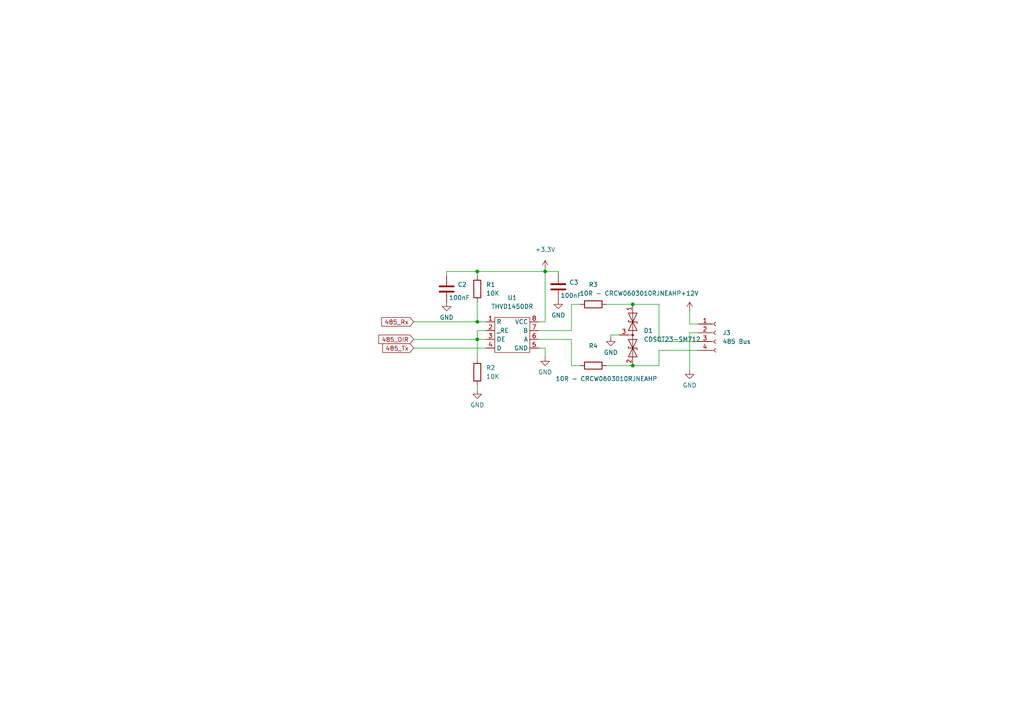
<source format=kicad_sch>
(kicad_sch (version 20230121) (generator eeschema)
  (paper "A4")
  (lib_symbols
    (symbol "485:THVD1450DR"
      (property "Reference" "U" (at -3.81 5.08 0))
      (property "Value" "THVD1450DR" (at 0 7.62 0))
      (symbol "THVD1450DR_0_1"
        (rectangle (start -5.08 3.81) (end 5.08 -6.35))
      )
      (symbol "THVD1450DR_1_1"
        (pin input line (at -7.62 2.54 0) (length 2.54) (name "R") (number "1"))
        (pin input line (at -7.62 0 0) (length 2.54) (name "_RE") (number "2"))
        (pin input line (at -7.62 -2.54 0) (length 2.54) (name "DE") (number "3"))
        (pin input line (at -7.62 -5.08 0) (length 2.54) (name "D") (number "4"))
        (pin power_in line (at 7.62 -5.08 180) (length 2.54) (name "GND") (number "5"))
        (pin input line (at 7.62 -2.54 180) (length 2.54) (name "A") (number "6"))
        (pin input line (at 7.62 0 180) (length 2.54) (name "B") (number "7"))
        (pin power_in line (at 7.62 2.54 180) (length 2.54) (name "VCC") (number "8"))
      )
    )
    (symbol "Connector:Conn_01x04_Female" (pin_names (offset 1.016) hide)
      (property "Reference" "J" (at 0 5.08 0))
      (property "Value" "Conn_01x04_Female" (at 0 -7.62 0))
      (symbol "Conn_01x04_Female_1_1"
        (arc (start 0 -4.572) (mid -0.5058 -5.08) (end 0 -5.588) (stroke (width 0.1524)))
        (arc (start 0 -2.032) (mid -0.5058 -2.54) (end 0 -3.048) (stroke (width 0.1524)))
        (polyline (pts (xy -1.27 -5.08) (xy -0.508 -5.08)) (stroke (width 0.1524)))
        (polyline (pts (xy -1.27 -2.54) (xy -0.508 -2.54)) (stroke (width 0.1524)))
        (polyline (pts (xy -1.27 0) (xy -0.508 0)) (stroke (width 0.1524)))
        (polyline (pts (xy -1.27 2.54) (xy -0.508 2.54)) (stroke (width 0.1524)))
        (arc (start 0 0.508) (mid -0.5058 0) (end 0 -0.508) (stroke (width 0.1524)))
        (arc (start 0 3.048) (mid -0.5058 2.54) (end 0 2.032) (stroke (width 0.1524)))
        (pin passive line (at -5.08 2.54 0) (length 3.81) (name "Pin_1") (number "1"))
        (pin passive line (at -5.08 0 0) (length 3.81) (name "Pin_2") (number "2"))
        (pin passive line (at -5.08 -2.54 0) (length 3.81) (name "Pin_3") (number "3"))
        (pin passive line (at -5.08 -5.08 0) (length 3.81) (name "Pin_4") (number "4"))
      )
    )
    (symbol "Device:C" (pin_numbers hide) (pin_names (offset 0.254))
      (property "Reference" "C" (at 0.635 2.54 0))
      (property "Value" "C" (at 0.635 -2.54 0))
      (symbol "C_0_1"
        (polyline (pts (xy -2.032 -0.762) (xy 2.032 -0.762)) (stroke (width 0.508)))
        (polyline (pts (xy -2.032 0.762) (xy 2.032 0.762)) (stroke (width 0.508)))
      )
      (symbol "C_1_1"
        (pin passive line (at 0 3.81 270) (length 2.794) (name "~") (number "1"))
        (pin passive line (at 0 -3.81 90) (length 2.794) (name "~") (number "2"))
      )
    )
    (symbol "Device:R" (pin_numbers hide) (pin_names (offset 0))
      (property "Reference" "R" (at 2.032 0 90))
      (property "Value" "R" (at 0 0 90))
      (symbol "R_0_1"
        (rectangle (start -1.016 -2.54) (end 1.016 2.54) (stroke (width 0.254)))
      )
      (symbol "R_1_1"
        (pin passive line (at 0 3.81 270) (length 1.27) (name "~") (number "1"))
        (pin passive line (at 0 -3.81 90) (length 1.27) (name "~") (number "2"))
      )
    )
    (symbol "Diode:SM712_SOT23" (pin_names (offset 1.016) hide)
      (property "Reference" "D" (at 0 4.445 0))
      (property "Value" "SM712_SOT23" (at 0 2.54 0))
      (symbol "SM712_SOT23_0_0"
        (polyline (pts (xy 0 -1.27) (xy 0 0)))
      )
      (symbol "SM712_SOT23_0_1"
        (polyline (pts (xy -6.35 0) (xy 6.35 0)))
        (polyline (pts (xy -3.302 1.27) (xy -3.81 1.27) (xy -3.81 -1.27) (xy -4.318 -1.27)) (stroke (width 0.2032)))
        (polyline (pts (xy 4.318 1.27) (xy 3.81 1.27) (xy 3.81 -1.27) (xy 3.302 -1.27)) (stroke (width 0.2032)))
        (polyline (pts (xy -6.35 -1.27) (xy -1.27 1.27) (xy -1.27 -1.27) (xy -6.35 1.27) (xy -6.35 -1.27)) (stroke (width 0.2032)))
        (polyline (pts (xy 1.27 -1.27) (xy 1.27 1.27) (xy 6.35 -1.27) (xy 6.35 1.27) (xy 1.27 -1.27)) (stroke (width 0.2032)))
        (circle (center 0 0) (radius 0.254) (fill (type outline)))
      )
      (symbol "SM712_SOT23_1_1"
        (pin passive line (at -8.89 0 0) (length 2.54) (name "A1") (number "1"))
        (pin passive line (at 8.89 0 180) (length 2.54) (name "A2") (number "2"))
        (pin input line (at 0 -3.81 90) (length 2.54) (name "common") (number "3"))
      )
    )
    (symbol "power:+12V" (power) (pin_names (offset 0))
      (property "Value" "+12V" (at 0 3.556 0))
      (symbol "+12V_0_1"
        (polyline (pts (xy -0.762 1.27) (xy 0 2.54)))
        (polyline (pts (xy 0 0) (xy 0 2.54)))
        (polyline (pts (xy 0 2.54) (xy 0.762 1.27)))
      )
      (symbol "+12V_1_1"
        (pin power_in line (at 0 0 90) (length 0) hide (name "+12V") (number "1"))
      )
    )
    (symbol "power:+3.3V" (power) (pin_names (offset 0))
      (property "Value" "+3.3V" (at 0 3.556 0))
      (symbol "+3.3V_0_1"
        (polyline (pts (xy -0.762 1.27) (xy 0 2.54)))
        (polyline (pts (xy 0 0) (xy 0 2.54)))
        (polyline (pts (xy 0 2.54) (xy 0.762 1.27)))
      )
      (symbol "+3.3V_1_1"
        (pin power_in line (at 0 0 90) (length 0) hide (name "+3.3V") (number "1"))
      )
    )
    (symbol "power:GND" (power) (pin_names (offset 0))
      (property "Value" "GND" (at 0 -3.81 0))
      (symbol "GND_0_1"
        (polyline (pts (xy 0 0) (xy 0 -1.27) (xy 1.27 -1.27) (xy 0 -2.54) (xy -1.27 -1.27) (xy 0 -1.27)))
      )
      (symbol "GND_1_1"
        (pin power_in line (at 0 0 270) (length 0) hide (name "GND") (number "1"))
      )
    )
  )
  (junction (at 183.515 88.265))
  (junction (at 158.115 78.74))
  (junction (at 138.43 93.345))
  (junction (at 138.43 98.425))
  (junction (at 183.515 106.045))
  (junction (at 138.43 78.74))
  (wire (pts (xy 202.565 101.6) (xy 191.135 101.6)))
  (wire (pts (xy 191.135 106.045) (xy 183.515 106.045)))
  (wire (pts (xy 158.115 100.965) (xy 158.115 103.505)))
  (wire (pts (xy 168.275 106.045) (xy 165.735 106.045)))
  (wire (pts (xy 165.735 95.885) (xy 165.735 88.265)))
  (wire (pts (xy 138.43 93.345) (xy 140.97 93.345)))
  (wire (pts (xy 161.925 79.375) (xy 161.925 78.74)))
  (wire (pts (xy 165.735 98.425) (xy 156.21 98.425)))
  (wire (pts (xy 158.115 78.74) (xy 158.115 93.345)))
  (wire (pts (xy 138.43 111.76) (xy 138.43 113.03)))
  (wire (pts (xy 165.735 88.265) (xy 168.275 88.265)))
  (wire (pts (xy 165.735 106.045) (xy 165.735 98.425)))
  (wire (pts (xy 183.515 88.265) (xy 191.135 88.265)))
  (wire (pts (xy 158.115 78.105) (xy 158.115 78.74)))
  (wire (pts (xy 191.135 101.6) (xy 191.135 106.045)))
  (wire (pts (xy 138.43 98.425) (xy 138.43 104.14)))
  (wire (pts (xy 138.43 80.01) (xy 138.43 78.74)))
  (wire (pts (xy 156.21 95.885) (xy 165.735 95.885)))
  (wire (pts (xy 200.025 96.52) (xy 202.565 96.52)))
  (wire (pts (xy 120.015 98.425) (xy 138.43 98.425)))
  (wire (pts (xy 161.925 78.74) (xy 158.115 78.74)))
  (wire (pts (xy 200.025 93.98) (xy 202.565 93.98)))
  (wire (pts (xy 129.54 78.74) (xy 138.43 78.74)))
  (wire (pts (xy 177.165 97.79) (xy 177.165 97.155)))
  (wire (pts (xy 191.135 88.265) (xy 191.135 99.06)))
  (wire (pts (xy 158.115 93.345) (xy 156.21 93.345)))
  (wire (pts (xy 120.015 93.345) (xy 138.43 93.345)))
  (wire (pts (xy 175.895 88.265) (xy 183.515 88.265)))
  (wire (pts (xy 129.54 80.01) (xy 129.54 78.74)))
  (wire (pts (xy 120.015 100.965) (xy 140.97 100.965)))
  (wire (pts (xy 138.43 98.425) (xy 138.43 95.885)))
  (wire (pts (xy 138.43 95.885) (xy 140.97 95.885)))
  (wire (pts (xy 138.43 98.425) (xy 140.97 98.425)))
  (wire (pts (xy 138.43 78.74) (xy 158.115 78.74)))
  (wire (pts (xy 200.025 107.315) (xy 200.025 96.52)))
  (wire (pts (xy 177.165 97.155) (xy 179.705 97.155)))
  (wire (pts (xy 200.025 90.17) (xy 200.025 93.98)))
  (wire (pts (xy 175.895 106.045) (xy 183.515 106.045)))
  (wire (pts (xy 191.135 99.06) (xy 202.565 99.06)))
  (wire (pts (xy 156.21 100.965) (xy 158.115 100.965)))
  (wire (pts (xy 138.43 87.63) (xy 138.43 93.345)))
  (global_label "485_Rx" (shape input) (at 120.015 93.345 180) (property "Intersheetrefs" "${INTERSHEET_REFS}" (effects hide)))
  (global_label "485_DIR" (shape input) (at 120.015 98.425 180) (property "Intersheetrefs" "${INTERSHEET_REFS}" (effects hide)))
  (global_label "485_Tx" (shape input) (at 120.015 100.965 180) (property "Intersheetrefs" "${INTERSHEET_REFS}" (effects hide)))
  (symbol (lib_id "Device:R") (at 138.43 107.95 180) (unit 1)
    (property "Reference" "R2" (at 140.97 106.6799 0) (effects (justify right)))
    (property "Value" "10K" (at 140.97 109.2199 0) (effects (justify right)))
    (property "Footprint" "Resistor_SMD:R_0603_1608Metric_Pad0.98x0.95mm_HandSolder" (effects hide))
  )
  (symbol (lib_id "485:THVD1450DR") (at 148.59 95.885 0) (unit 1)
    (property "Reference" "U1" (at 148.59 86.36 0))
    (property "Value" "THVD1450DR" (at 148.59 88.9 0))
    (property "Footprint" "Package_SO:SOIC-8_3.9x4.9mm_P1.27mm" (effects hide))
  )
  (symbol (lib_id "power:+12V") (at 200.025 90.17 0) (unit 1)
    (property "Reference" "#PWR0107" (effects hide))
    (property "Value" "+12V" (at 200.025 85.09 0))
  )
  (symbol (lib_id "Device:R") (at 172.085 88.265 90) (unit 1)
    (property "Reference" "R3" (at 172.085 82.55 90))
    (property "Value" "10R - CRCW0603010RJNEAHP" (at 182.88 85.09 90))
    (property "Footprint" "Resistor_SMD:R_0603_1608Metric_Pad0.98x0.95mm_HandSolder" (effects hide))
  )
  (symbol (lib_id "Device:C") (at 129.54 83.82 0) (unit 1)
    (property "Reference" "C2" (at 132.715 82.5499 0) (effects (justify left)))
    (property "Value" "100nF" (at 130.175 86.36 0) (effects (justify left)))
    (property "Footprint" "Capacitor_SMD:C_0603_1608Metric" (effects hide))
  )
  (symbol (lib_id "Device:R") (at 138.43 83.82 180) (unit 1)
    (property "Reference" "R1" (at 140.97 82.5499 0) (effects (justify right)))
    (property "Value" "10K" (at 140.97 85.0899 0) (effects (justify right)))
    (property "Footprint" "Resistor_SMD:R_0603_1608Metric_Pad0.98x0.95mm_HandSolder" (effects hide))
  )
  (symbol (lib_id "Connector:Conn_01x04_Female") (at 207.645 96.52 0) (unit 1)
    (property "Reference" "J3" (at 209.55 96.5199 0) (effects (justify left)))
    (property "Value" "485 Bus" (at 209.55 99.0599 0) (effects (justify left)))
    (property "Footprint" "Connector_Phoenix_MSTB:PhoenixContact_MSTBVA_2,5_4-G_1x04_P5.00mm_Vertical" (effects hide))
  )
  (symbol (lib_id "power:GND") (at 158.115 103.505 0) (unit 1)
    (property "Reference" "#PWR0110" (effects hide))
    (property "Value" "GND" (at 158.115 107.95 0))
  )
  (symbol (lib_id "power:GND") (at 138.43 113.03 0) (unit 1)
    (property "Reference" "#PWR0113" (effects hide))
    (property "Value" "GND" (at 138.43 117.475 0))
  )
  (symbol (lib_id "Device:C") (at 161.925 83.185 0) (unit 1)
    (property "Reference" "C3" (at 165.1 81.9149 0) (effects (justify left)))
    (property "Value" "100nF" (at 162.56 85.725 0) (effects (justify left)))
    (property "Footprint" "Capacitor_SMD:C_0603_1608Metric" (effects hide))
  )
  (symbol (lib_id "Diode:SM712_SOT23") (at 183.515 97.155 270) (unit 1)
    (property "Reference" "D1" (at 186.69 95.8849 90) (effects (justify left)))
    (property "Value" "CDSOT23-SM712" (at 186.69 98.4249 90) (effects (justify left)))
    (property "Footprint" "Package_TO_SOT_SMD:SOT-23" (effects hide))
    (property "Datasheet" "https://www.littelfuse.com/~/media/electronics/datasheets/tvs_diode_arrays/littelfuse_tvs_diode_array_sm712_datasheet.pdf.pdf" (effects hide))
  )
  (symbol (lib_id "power:GND") (at 129.54 87.63 0) (unit 1)
    (property "Reference" "#PWR0112" (effects hide))
    (property "Value" "GND" (at 129.54 92.075 0))
  )
  (symbol (lib_id "Device:R") (at 172.085 106.045 90) (unit 1)
    (property "Reference" "R4" (at 172.085 100.33 90))
    (property "Value" "10R - CRCW0603010RJNEAHP" (at 175.895 109.855 90))
    (property "Footprint" "Resistor_SMD:R_0603_1608Metric_Pad0.98x0.95mm_HandSolder" (effects hide))
  )
  (symbol (lib_id "power:GND") (at 200.025 107.315 0) (unit 1)
    (property "Reference" "#PWR0109" (effects hide))
    (property "Value" "GND" (at 200.025 111.76 0))
  )
  (symbol (lib_id "power:GND") (at 177.165 97.79 0) (unit 1)
    (property "Reference" "#PWR0108" (effects hide))
    (property "Value" "GND" (at 177.165 102.235 0))
  )
  (symbol (lib_id "power:GND") (at 161.925 86.995 0) (unit 1)
    (property "Reference" "#PWR0106" (effects hide))
    (property "Value" "GND" (at 161.925 91.44 0))
  )
  (symbol (lib_id "power:+3.3V") (at 158.115 78.105 0) (unit 1)
    (property "Reference" "#PWR0111" (effects hide))
    (property "Value" "+3.3V" (at 158.115 72.39 0))
  )
)
</source>
